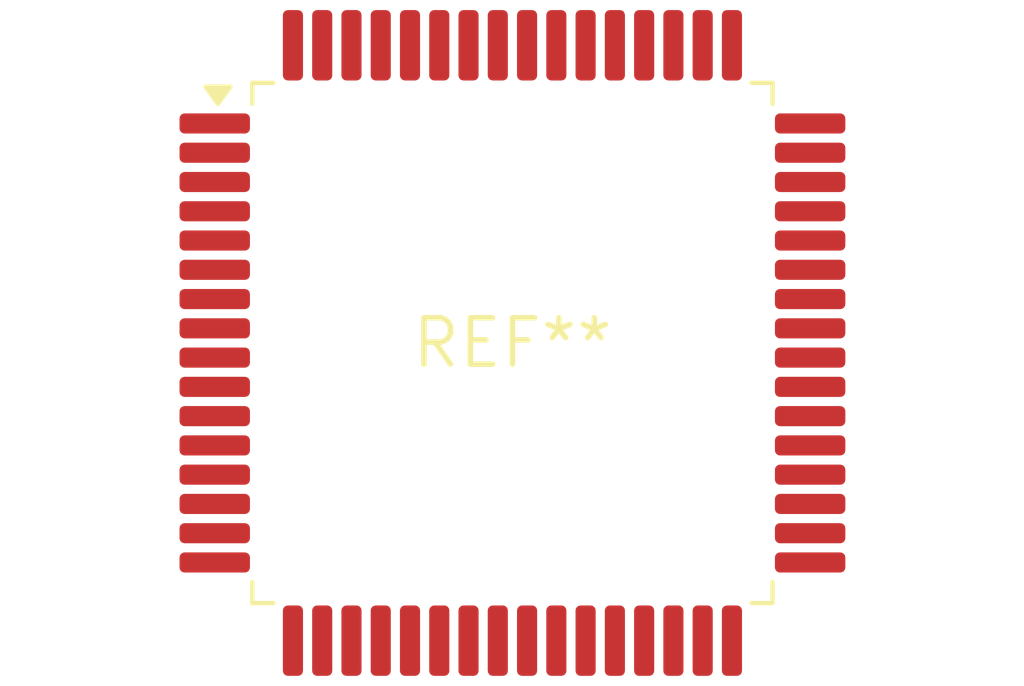
<source format=kicad_pcb>
(kicad_pcb (version 20240108) (generator pcbnew)
  (layers (0 "F.Cu" signal) (31 "B.Cu" signal) (34 "B.Paste" user) (35 "F.Paste" user) (36 "B.SilkS" user "B.Silkscreen") (37 "F.SilkS" user "F.Silkscreen") (38 "B.Mask" user) (39 "F.Mask" user) (44 "Edge.Cuts" user))
  (net 0 "")
  (footprint "PQFP-64_14x14mm_P0.8mm" (layer "F.Cu") (at 0 0)
    (property "Reference" "REF**")
    (property "Value" "PQFP-64_14x14mm_P0.8mm")
    (fp_line (start -7.11 -7.11) (end -7.11 -6.535) (layer "F.SilkS") (stroke (width 0.12)))
    (fp_line (start -7.11 7.11) (end -7.11 6.535) (layer "F.SilkS") (stroke (width 0.12)))
    (fp_line (start -6.535 -7.11) (end -7.11 -7.11) (layer "F.SilkS") (stroke (width 0.12)))
    (fp_line (start -6.535 7.11) (end -7.11 7.11) (layer "F.SilkS") (stroke (width 0.12)))
    (fp_line (start 6.535 -7.11) (end 7.11 -7.11) (layer "F.SilkS") (stroke (width 0.12)))
    (fp_line (start 6.535 7.11) (end 7.11 7.11) (layer "F.SilkS") (stroke (width 0.12)))
    (fp_line (start 7.11 -7.11) (end 7.11 -6.535) (layer "F.SilkS") (stroke (width 0.12)))
    (fp_line (start 7.11 7.11) (end 7.11 6.535) (layer "F.SilkS") (stroke (width 0.12)))
    (fp_poly (pts (xy -8.05 -6.535) (xy -8.39 -7.005) (xy -7.71 -7.005) (xy -8.05 -6.535)) (layer "F.SilkS") (stroke (width 0.12)) (fill solid))
    (pad "1" smd roundrect (at -8.1375 -6) (size 1.925 0.55) (layers "F.Cu" "F.Paste" "F.Mask"))
    (pad "2" smd roundrect (at -8.1375 -5.2) (size 1.925 0.55) (layers "F.Cu" "F.Paste" "F.Mask"))
    (pad "3" smd roundrect (at -8.1375 -4.4) (size 1.925 0.55) (layers "F.Cu" "F.Paste" "F.Mask"))
    (pad "4" smd roundrect (at -8.1375 -3.6) (size 1.925 0.55) (layers "F.Cu" "F.Paste" "F.Mask"))
    (pad "5" smd roundrect (at -8.1375 -2.8) (size 1.925 0.55) (layers "F.Cu" "F.Paste" "F.Mask"))
    (pad "6" smd roundrect (at -8.1375 -2) (size 1.925 0.55) (layers "F.Cu" "F.Paste" "F.Mask"))
    (pad "7" smd roundrect (at -8.1375 -1.2) (size 1.925 0.55) (layers "F.Cu" "F.Paste" "F.Mask"))
    (pad "8" smd roundrect (at -8.1375 -0.4) (size 1.925 0.55) (layers "F.Cu" "F.Paste" "F.Mask"))
    (pad "9" smd roundrect (at -8.1375 0.4) (size 1.925 0.55) (layers "F.Cu" "F.Paste" "F.Mask"))
    (pad "10" smd roundrect (at -8.1375 1.2) (size 1.925 0.55) (layers "F.Cu" "F.Paste" "F.Mask"))
    (pad "11" smd roundrect (at -8.1375 2) (size 1.925 0.55) (layers "F.Cu" "F.Paste" "F.Mask"))
    (pad "12" smd roundrect (at -8.1375 2.8) (size 1.925 0.55) (layers "F.Cu" "F.Paste" "F.Mask"))
    (pad "13" smd roundrect (at -8.1375 3.6) (size 1.925 0.55) (layers "F.Cu" "F.Paste" "F.Mask"))
    (pad "14" smd roundrect (at -8.1375 4.4) (size 1.925 0.55) (layers "F.Cu" "F.Paste" "F.Mask"))
    (pad "15" smd roundrect (at -8.1375 5.2) (size 1.925 0.55) (layers "F.Cu" "F.Paste" "F.Mask"))
    (pad "16" smd roundrect (at -8.1375 6) (size 1.925 0.55) (layers "F.Cu" "F.Paste" "F.Mask"))
    (pad "17" smd roundrect (at -6 8.1375) (size 0.55 1.925) (layers "F.Cu" "F.Paste" "F.Mask"))
    (pad "18" smd roundrect (at -5.2 8.1375) (size 0.55 1.925) (layers "F.Cu" "F.Paste" "F.Mask"))
    (pad "19" smd roundrect (at -4.4 8.1375) (size 0.55 1.925) (layers "F.Cu" "F.Paste" "F.Mask"))
    (pad "20" smd roundrect (at -3.6 8.1375) (size 0.55 1.925) (layers "F.Cu" "F.Paste" "F.Mask"))
    (pad "21" smd roundrect (at -2.8 8.1375) (size 0.55 1.925) (layers "F.Cu" "F.Paste" "F.Mask"))
    (pad "22" smd roundrect (at -2 8.1375) (size 0.55 1.925) (layers "F.Cu" "F.Paste" "F.Mask"))
    (pad "23" smd roundrect (at -1.2 8.1375) (size 0.55 1.925) (layers "F.Cu" "F.Paste" "F.Mask"))
    (pad "24" smd roundrect (at -0.4 8.1375) (size 0.55 1.925) (layers "F.Cu" "F.Paste" "F.Mask"))
    (pad "25" smd roundrect (at 0.4 8.1375) (size 0.55 1.925) (layers "F.Cu" "F.Paste" "F.Mask"))
    (pad "26" smd roundrect (at 1.2 8.1375) (size 0.55 1.925) (layers "F.Cu" "F.Paste" "F.Mask"))
    (pad "27" smd roundrect (at 2 8.1375) (size 0.55 1.925) (layers "F.Cu" "F.Paste" "F.Mask"))
    (pad "28" smd roundrect (at 2.8 8.1375) (size 0.55 1.925) (layers "F.Cu" "F.Paste" "F.Mask"))
    (pad "29" smd roundrect (at 3.6 8.1375) (size 0.55 1.925) (layers "F.Cu" "F.Paste" "F.Mask"))
    (pad "30" smd roundrect (at 4.4 8.1375) (size 0.55 1.925) (layers "F.Cu" "F.Paste" "F.Mask"))
    (pad "31" smd roundrect (at 5.2 8.1375) (size 0.55 1.925) (layers "F.Cu" "F.Paste" "F.Mask"))
    (pad "32" smd roundrect (at 6 8.1375) (size 0.55 1.925) (layers "F.Cu" "F.Paste" "F.Mask"))
    (pad "33" smd roundrect (at 8.1375 6) (size 1.925 0.55) (layers "F.Cu" "F.Paste" "F.Mask"))
    (pad "34" smd roundrect (at 8.1375 5.2) (size 1.925 0.55) (layers "F.Cu" "F.Paste" "F.Mask"))
    (pad "35" smd roundrect (at 8.1375 4.4) (size 1.925 0.55) (layers "F.Cu" "F.Paste" "F.Mask"))
    (pad "36" smd roundrect (at 8.1375 3.6) (size 1.925 0.55) (layers "F.Cu" "F.Paste" "F.Mask"))
    (pad "37" smd roundrect (at 8.1375 2.8) (size 1.925 0.55) (layers "F.Cu" "F.Paste" "F.Mask"))
    (pad "38" smd roundrect (at 8.1375 2) (size 1.925 0.55) (layers "F.Cu" "F.Paste" "F.Mask"))
    (pad "39" smd roundrect (at 8.1375 1.2) (size 1.925 0.55) (layers "F.Cu" "F.Paste" "F.Mask"))
    (pad "40" smd roundrect (at 8.1375 0.4) (size 1.925 0.55) (layers "F.Cu" "F.Paste" "F.Mask"))
    (pad "41" smd roundrect (at 8.1375 -0.4) (size 1.925 0.55) (layers "F.Cu" "F.Paste" "F.Mask"))
    (pad "42" smd roundrect (at 8.1375 -1.2) (size 1.925 0.55) (layers "F.Cu" "F.Paste" "F.Mask"))
    (pad "43" smd roundrect (at 8.1375 -2) (size 1.925 0.55) (layers "F.Cu" "F.Paste" "F.Mask"))
    (pad "44" smd roundrect (at 8.1375 -2.8) (size 1.925 0.55) (layers "F.Cu" "F.Paste" "F.Mask"))
    (pad "45" smd roundrect (at 8.1375 -3.6) (size 1.925 0.55) (layers "F.Cu" "F.Paste" "F.Mask"))
    (pad "46" smd roundrect (at 8.1375 -4.4) (size 1.925 0.55) (layers "F.Cu" "F.Paste" "F.Mask"))
    (pad "47" smd roundrect (at 8.1375 -5.2) (size 1.925 0.55) (layers "F.Cu" "F.Paste" "F.Mask"))
    (pad "48" smd roundrect (at 8.1375 -6) (size 1.925 0.55) (layers "F.Cu" "F.Paste" "F.Mask"))
    (pad "49" smd roundrect (at 6 -8.1375) (size 0.55 1.925) (layers "F.Cu" "F.Paste" "F.Mask"))
    (pad "50" smd roundrect (at 5.2 -8.1375) (size 0.55 1.925) (layers "F.Cu" "F.Paste" "F.Mask"))
    (pad "51" smd roundrect (at 4.4 -8.1375) (size 0.55 1.925) (layers "F.Cu" "F.Paste" "F.Mask"))
    (pad "52" smd roundrect (at 3.6 -8.1375) (size 0.55 1.925) (layers "F.Cu" "F.Paste" "F.Mask"))
    (pad "53" smd roundrect (at 2.8 -8.1375) (size 0.55 1.925) (layers "F.Cu" "F.Paste" "F.Mask"))
    (pad "54" smd roundrect (at 2 -8.1375) (size 0.55 1.925) (layers "F.Cu" "F.Paste" "F.Mask"))
    (pad "55" smd roundrect (at 1.2 -8.1375) (size 0.55 1.925) (layers "F.Cu" "F.Paste" "F.Mask"))
    (pad "56" smd roundrect (at 0.4 -8.1375) (size 0.55 1.925) (layers "F.Cu" "F.Paste" "F.Mask"))
    (pad "57" smd roundrect (at -0.4 -8.1375) (size 0.55 1.925) (layers "F.Cu" "F.Paste" "F.Mask"))
    (pad "58" smd roundrect (at -1.2 -8.1375) (size 0.55 1.925) (layers "F.Cu" "F.Paste" "F.Mask"))
    (pad "59" smd roundrect (at -2 -8.1375) (size 0.55 1.925) (layers "F.Cu" "F.Paste" "F.Mask"))
    (pad "60" smd roundrect (at -2.8 -8.1375) (size 0.55 1.925) (layers "F.Cu" "F.Paste" "F.Mask"))
    (pad "61" smd roundrect (at -3.6 -8.1375) (size 0.55 1.925) (layers "F.Cu" "F.Paste" "F.Mask"))
    (pad "62" smd roundrect (at -4.4 -8.1375) (size 0.55 1.925) (layers "F.Cu" "F.Paste" "F.Mask"))
    (pad "63" smd roundrect (at -5.2 -8.1375) (size 0.55 1.925) (layers "F.Cu" "F.Paste" "F.Mask"))
    (pad "64" smd roundrect (at -6 -8.1375) (size 0.55 1.925) (layers "F.Cu" "F.Paste" "F.Mask"))
  )
)
</source>
